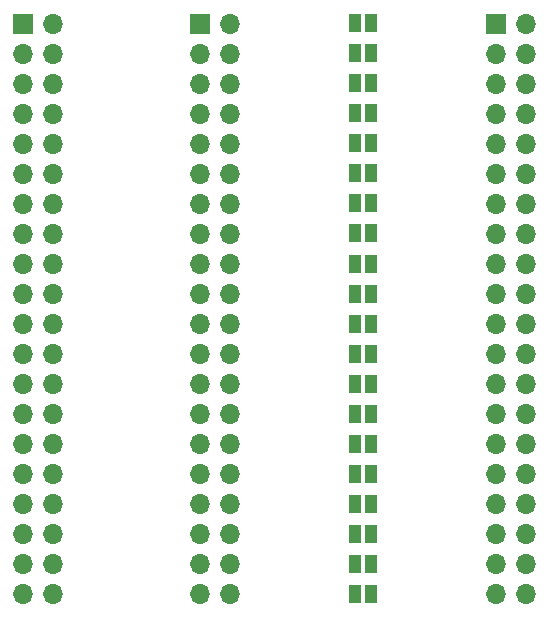
<source format=gbr>
%TF.GenerationSoftware,KiCad,Pcbnew,(5.1.9-16-g1737927814)-1*%
%TF.CreationDate,2021-05-16T11:48:57-05:00*%
%TF.ProjectId,40_pin_breakout,34305f70-696e-45f6-9272-65616b6f7574,rev?*%
%TF.SameCoordinates,Original*%
%TF.FileFunction,Soldermask,Top*%
%TF.FilePolarity,Negative*%
%FSLAX46Y46*%
G04 Gerber Fmt 4.6, Leading zero omitted, Abs format (unit mm)*
G04 Created by KiCad (PCBNEW (5.1.9-16-g1737927814)-1) date 2021-05-16 11:48:57*
%MOMM*%
%LPD*%
G01*
G04 APERTURE LIST*
%ADD10R,1.000000X1.500000*%
%ADD11O,1.700000X1.700000*%
%ADD12R,1.700000X1.700000*%
G04 APERTURE END LIST*
D10*
%TO.C,JP39*%
X89425000Y-44900000D03*
X88125000Y-44900000D03*
%TD*%
%TO.C,JP37*%
X89425000Y-47445263D03*
X88125000Y-47445263D03*
%TD*%
%TO.C,JP35*%
X89425000Y-49990526D03*
X88125000Y-49990526D03*
%TD*%
%TO.C,JP33*%
X89425000Y-52535789D03*
X88125000Y-52535789D03*
%TD*%
%TO.C,JP31*%
X89425000Y-55081052D03*
X88125000Y-55081052D03*
%TD*%
%TO.C,JP29*%
X89425000Y-57626315D03*
X88125000Y-57626315D03*
%TD*%
%TO.C,JP27*%
X89425000Y-60171578D03*
X88125000Y-60171578D03*
%TD*%
%TO.C,JP25*%
X89425000Y-62716841D03*
X88125000Y-62716841D03*
%TD*%
%TO.C,JP23*%
X89425000Y-65262104D03*
X88125000Y-65262104D03*
%TD*%
%TO.C,JP21*%
X89425000Y-67807367D03*
X88125000Y-67807367D03*
%TD*%
%TO.C,JP19*%
X89425000Y-70352630D03*
X88125000Y-70352630D03*
%TD*%
%TO.C,JP17*%
X89425000Y-72897893D03*
X88125000Y-72897893D03*
%TD*%
%TO.C,JP15*%
X89425000Y-75443156D03*
X88125000Y-75443156D03*
%TD*%
%TO.C,JP13*%
X89425000Y-77988419D03*
X88125000Y-77988419D03*
%TD*%
%TO.C,JP11*%
X89425000Y-80533682D03*
X88125000Y-80533682D03*
%TD*%
%TO.C,JP9*%
X89425000Y-83078945D03*
X88125000Y-83078945D03*
%TD*%
%TO.C,JP7*%
X89425000Y-85624208D03*
X88125000Y-85624208D03*
%TD*%
%TO.C,JP5*%
X89425000Y-88169471D03*
X88125000Y-88169471D03*
%TD*%
%TO.C,JP3*%
X89425000Y-90714734D03*
X88125000Y-90714734D03*
%TD*%
%TO.C,JP1*%
X89425000Y-93259997D03*
X88125000Y-93259997D03*
%TD*%
D11*
%TO.C,J3*%
X102540000Y-93260000D03*
X100000000Y-93260000D03*
X102540000Y-90720000D03*
X100000000Y-90720000D03*
X102540000Y-88180000D03*
X100000000Y-88180000D03*
X102540000Y-85640000D03*
X100000000Y-85640000D03*
X102540000Y-83100000D03*
X100000000Y-83100000D03*
X102540000Y-80560000D03*
X100000000Y-80560000D03*
X102540000Y-78020000D03*
X100000000Y-78020000D03*
X102540000Y-75480000D03*
X100000000Y-75480000D03*
X102540000Y-72940000D03*
X100000000Y-72940000D03*
X102540000Y-70400000D03*
X100000000Y-70400000D03*
X102540000Y-67860000D03*
X100000000Y-67860000D03*
X102540000Y-65320000D03*
X100000000Y-65320000D03*
X102540000Y-62780000D03*
X100000000Y-62780000D03*
X102540000Y-60240000D03*
X100000000Y-60240000D03*
X102540000Y-57700000D03*
X100000000Y-57700000D03*
X102540000Y-55160000D03*
X100000000Y-55160000D03*
X102540000Y-52620000D03*
X100000000Y-52620000D03*
X102540000Y-50080000D03*
X100000000Y-50080000D03*
X102540000Y-47540000D03*
X100000000Y-47540000D03*
X102540000Y-45000000D03*
D12*
X100000000Y-45000000D03*
%TD*%
D11*
%TO.C,J2*%
X77540000Y-93260000D03*
X75000000Y-93260000D03*
X77540000Y-90720000D03*
X75000000Y-90720000D03*
X77540000Y-88180000D03*
X75000000Y-88180000D03*
X77540000Y-85640000D03*
X75000000Y-85640000D03*
X77540000Y-83100000D03*
X75000000Y-83100000D03*
X77540000Y-80560000D03*
X75000000Y-80560000D03*
X77540000Y-78020000D03*
X75000000Y-78020000D03*
X77540000Y-75480000D03*
X75000000Y-75480000D03*
X77540000Y-72940000D03*
X75000000Y-72940000D03*
X77540000Y-70400000D03*
X75000000Y-70400000D03*
X77540000Y-67860000D03*
X75000000Y-67860000D03*
X77540000Y-65320000D03*
X75000000Y-65320000D03*
X77540000Y-62780000D03*
X75000000Y-62780000D03*
X77540000Y-60240000D03*
X75000000Y-60240000D03*
X77540000Y-57700000D03*
X75000000Y-57700000D03*
X77540000Y-55160000D03*
X75000000Y-55160000D03*
X77540000Y-52620000D03*
X75000000Y-52620000D03*
X77540000Y-50080000D03*
X75000000Y-50080000D03*
X77540000Y-47540000D03*
X75000000Y-47540000D03*
X77540000Y-45000000D03*
D12*
X75000000Y-45000000D03*
%TD*%
D11*
%TO.C,J1*%
X62540000Y-93260000D03*
X60000000Y-93260000D03*
X62540000Y-90720000D03*
X60000000Y-90720000D03*
X62540000Y-88180000D03*
X60000000Y-88180000D03*
X62540000Y-85640000D03*
X60000000Y-85640000D03*
X62540000Y-83100000D03*
X60000000Y-83100000D03*
X62540000Y-80560000D03*
X60000000Y-80560000D03*
X62540000Y-78020000D03*
X60000000Y-78020000D03*
X62540000Y-75480000D03*
X60000000Y-75480000D03*
X62540000Y-72940000D03*
X60000000Y-72940000D03*
X62540000Y-70400000D03*
X60000000Y-70400000D03*
X62540000Y-67860000D03*
X60000000Y-67860000D03*
X62540000Y-65320000D03*
X60000000Y-65320000D03*
X62540000Y-62780000D03*
X60000000Y-62780000D03*
X62540000Y-60240000D03*
X60000000Y-60240000D03*
X62540000Y-57700000D03*
X60000000Y-57700000D03*
X62540000Y-55160000D03*
X60000000Y-55160000D03*
X62540000Y-52620000D03*
X60000000Y-52620000D03*
X62540000Y-50080000D03*
X60000000Y-50080000D03*
X62540000Y-47540000D03*
X60000000Y-47540000D03*
X62540000Y-45000000D03*
D12*
X60000000Y-45000000D03*
%TD*%
M02*

</source>
